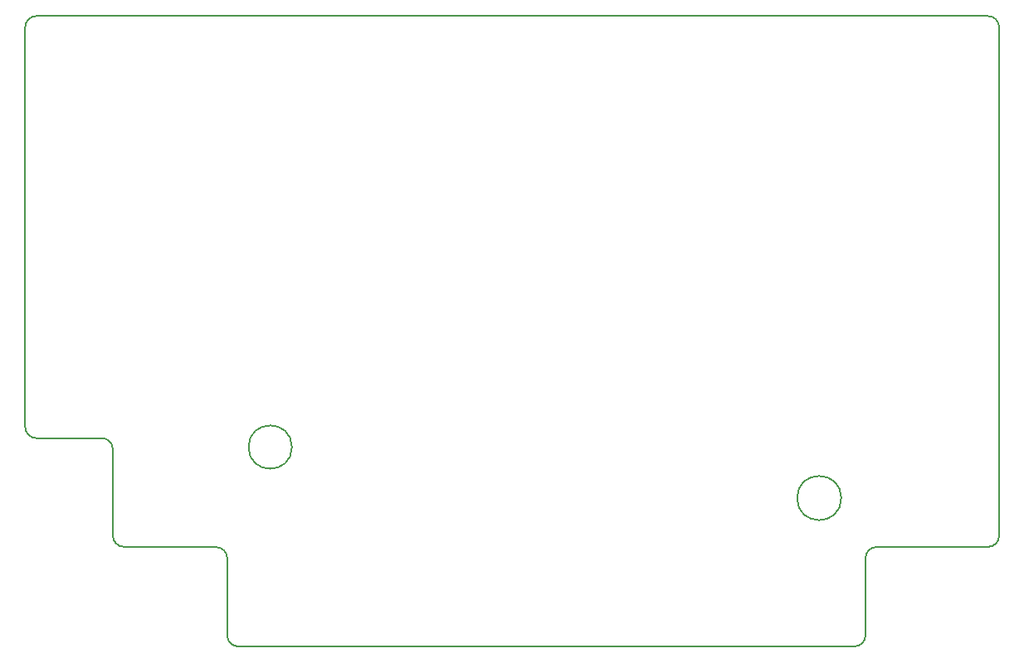
<source format=gbr>
G04 #@! TF.GenerationSoftware,KiCad,Pcbnew,5.1.5+dfsg1-2*
G04 #@! TF.CreationDate,2020-04-06T17:51:16-07:00*
G04 #@! TF.ProjectId,rpmpv1,72706d70-7631-42e6-9b69-6361645f7063,rev?*
G04 #@! TF.SameCoordinates,Original*
G04 #@! TF.FileFunction,Profile,NP*
%FSLAX46Y46*%
G04 Gerber Fmt 4.6, Leading zero omitted, Abs format (unit mm)*
G04 Created by KiCad (PCBNEW 5.1.5+dfsg1-2) date 2020-04-06 17:51:16*
%MOMM*%
%LPD*%
G04 APERTURE LIST*
%ADD10C,0.150000*%
G04 APERTURE END LIST*
D10*
X202565000Y-49657000D02*
G75*
G02X203708000Y-50800000I0J-1143000D01*
G01*
X203708000Y-102743000D02*
X203708000Y-50800000D01*
X104330500Y-91630500D02*
X104330500Y-50800000D01*
X113284000Y-93916500D02*
G75*
G03X112141000Y-92773500I-1143000J0D01*
G01*
X104330500Y-91630500D02*
G75*
G03X105473500Y-92773500I1143000J0D01*
G01*
X112141000Y-92773500D02*
X105473500Y-92773500D01*
X124942600Y-112915700D02*
X124942600Y-105041700D01*
X114427000Y-103886000D02*
X123799600Y-103898700D01*
X113284000Y-102743000D02*
G75*
G03X114427000Y-103886000I1143000J0D01*
G01*
X124942600Y-105041700D02*
G75*
G03X123799600Y-103898700I-1143000J0D01*
G01*
X191223900Y-103886000D02*
X202565000Y-103886000D01*
X203708000Y-102743000D02*
G75*
G02X202565000Y-103886000I-1143000J0D01*
G01*
X190080900Y-112915700D02*
X190080900Y-105029000D01*
X190080900Y-105029000D02*
G75*
G02X191223900Y-103886000I1143000J0D01*
G01*
X131549518Y-93687900D02*
G75*
G03X131549518Y-93687900I-2212718J0D01*
G01*
X187601866Y-98894900D02*
G75*
G03X187601866Y-98894900I-2258066J0D01*
G01*
X105473500Y-49657000D02*
G75*
G03X104330500Y-50800000I0J-1143000D01*
G01*
X190080900Y-112915700D02*
G75*
G02X188937900Y-114058700I-1143000J0D01*
G01*
X124942600Y-112915700D02*
G75*
G03X126085600Y-114058700I1143000J0D01*
G01*
X126085600Y-114058700D02*
X188937900Y-114058700D01*
X113284000Y-93916500D02*
X113284000Y-102743000D01*
X202570000Y-49657000D02*
X105473500Y-49657000D01*
M02*

</source>
